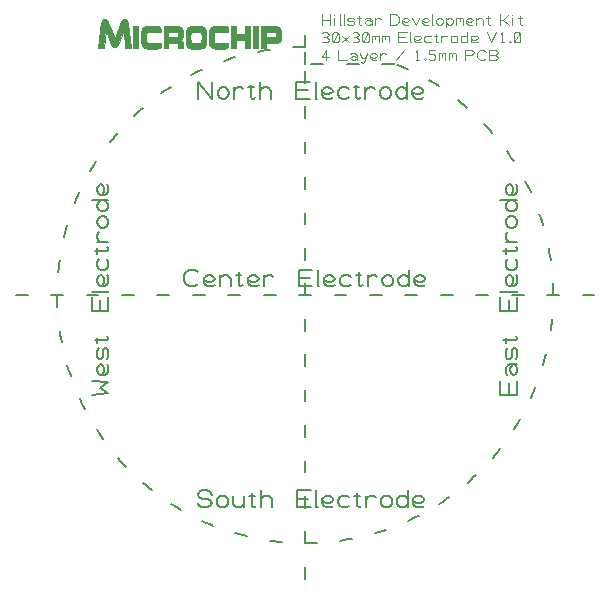
<source format=gbr>
G04 GENERATED BY PULSONIX 7.0 GERBER.DLL 4573*
%INHILLSTAR_30X30_EL_4LAYER_V1_0*%
%LNGERBER_SILKSCREEN_TOP*%
%FSLAX33Y33*%
%IPPOS*%
%LPD*%
%OFA0B0*%
%MOMM*%
%ADD20C,0.200*%
%ADD21C,0.125*%
%ADD24C,0.010*%
X0Y0D02*
D02*
D20*
X107053Y129856D02*
X108053D01*
X110053D02*
X111053D01*
X113053D02*
X114053D01*
X116053D02*
X117053D01*
X119053D02*
X120053D01*
X122053D02*
X123053D01*
X125053D02*
X126053D01*
X128053D02*
X129053D01*
X131053D02*
X132053D01*
X134053D02*
X135053D01*
X137053D02*
X138053D01*
X140053D02*
X141053D01*
X143053D02*
X144053D01*
X146053D02*
X147053D01*
X149053D02*
X150053D01*
X152053D02*
X153053D01*
X155053D02*
X156053D01*
X113488Y121446D02*
X114900Y121564D01*
X114194Y122034*
X114900Y122505*
X113488Y122623*
X114783Y124007D02*
X114900Y123890D01*
Y123654*
Y123419*
X114783Y123184*
X114547Y123066*
X114194*
X114077Y123184*
X113959Y123419*
Y123654*
X114077Y123890*
X114194Y124007*
X114312*
X114430Y123890*
X114547Y123654*
Y123419*
X114430Y123184*
X114312Y123066*
X114783Y124426D02*
X114900Y124662D01*
Y125132*
X114783Y125367*
X114547*
X114430Y125132*
Y124662*
X114312Y124426*
X114077*
X113959Y124662*
Y125132*
X114077Y125367*
X113959Y125786D02*
X113959Y126257D01*
X113724Y126022D02*
X114783Y126022D01*
X114900Y126139*
Y126257*
X114783Y126374*
X114900Y128506D02*
X113488Y128506D01*
Y129683*
X114194Y129447D02*
X114194Y128506D01*
X114900D02*
X114900Y129683D01*
Y130244D02*
X114900Y130126D01*
X113488*
X114783Y131567D02*
X114900Y131450D01*
Y131214*
Y130979*
X114783Y130744*
X114547Y130626*
X114194*
X114077Y130744*
X113959Y130979*
Y131214*
X114077Y131450*
X114194Y131567*
X114312*
X114430Y131450*
X114547Y131214*
Y130979*
X114430Y130744*
X114312Y130626*
X114077Y132927D02*
X113959Y132692D01*
Y132339*
X114077Y132104*
X114312Y131986*
X114547*
X114783Y132104*
X114900Y132339*
Y132692*
X114783Y132927*
X113959Y133346D02*
X113959Y133817D01*
X113724Y133582D02*
X114783Y133582D01*
X114900Y133699*
Y133817*
X114783Y133934*
X114900Y134346D02*
X113959Y134346D01*
X114312D02*
X114077Y134464D01*
X113959Y134699*
Y134934*
X114077Y135170*
X114547Y135586D02*
X114783Y135704D01*
X114900Y135939*
Y136174*
X114783Y136410*
X114547Y136527*
X114312*
X114077Y136410*
X113959Y136174*
Y135939*
X114077Y135704*
X114312Y135586*
X114547*
X114312Y137887D02*
X114077Y137770D01*
X113959Y137534*
Y137299*
X114077Y137064*
X114312Y136946*
X114547*
X114783Y137064*
X114900Y137299*
Y137534*
X114783Y137770*
X114547Y137887*
X114900D02*
X113488Y137887D01*
X114783Y139247D02*
X114900Y139130D01*
Y138894*
Y138659*
X114783Y138424*
X114547Y138306*
X114194*
X114077Y138424*
X113959Y138659*
Y138894*
X114077Y139130*
X114194Y139247*
X114312*
X114430Y139130*
X114547Y138894*
Y138659*
X114430Y138424*
X114312Y138306*
X131553Y105856D02*
Y106856D01*
Y108856D02*
Y109856D01*
Y111856D02*
Y112856D01*
Y114856D02*
Y115856D01*
Y117856D02*
Y118856D01*
Y120856D02*
Y121856D01*
Y123856D02*
Y124856D01*
Y126856D02*
Y127856D01*
Y129856D02*
Y130856D01*
Y132856D02*
Y133856D01*
Y135856D02*
Y136856D01*
Y138856D02*
Y139856D01*
Y141856D02*
Y142856D01*
Y144856D02*
Y145856D01*
Y147856D02*
Y148856D01*
Y150856D02*
Y151856D01*
Y150856D02*
X131220Y150854D01*
X130887Y150846*
X130554Y150832*
X128563Y150642D02*
X128234Y150592D01*
X127905Y150537*
X127577Y150476*
X125634Y150005D02*
X125315Y149908D01*
X124998Y149807*
X124682Y149700*
X122826Y148957D02*
X122524Y148816D01*
X122224Y148670*
X121927Y148520*
X120196Y147520D02*
X119917Y147337D01*
X119641Y147151*
X119368Y146959*
X117797Y145723D02*
X117546Y145503D01*
X117300Y145278*
X117057Y145050*
X115678Y143603D02*
X115461Y143349D01*
X115249Y143092*
X115041Y142832*
X113882Y141203D02*
X113704Y140921D01*
X113531Y140636*
X113362Y140349*
X112447Y138571D02*
X112311Y138267D01*
X112180Y137960*
X112054Y137652*
X111401Y135762D02*
X111310Y135442D01*
X111223Y135120*
X111142Y134796*
X110765Y132833D02*
X110721Y132503D01*
X110681Y132172*
X110647Y131840*
X110553Y129843D02*
X110556Y129510D01*
X110564Y129176*
X110578Y128843*
X110769Y126853D02*
X110819Y126524D01*
X110875Y126195*
X110935Y125867*
X111408Y123925D02*
X111505Y123606D01*
X111607Y123288*
X111713Y122973*
X112458Y121117D02*
X112599Y120815D01*
X112745Y120515*
X112896Y120218*
X113897Y118488D02*
X114079Y118209D01*
X114266Y117933*
X114458Y117660*
X115695Y116090D02*
X115916Y115840D01*
X116140Y115593*
X116368Y115350*
X117817Y113972D02*
X118070Y113756D01*
X118328Y113544*
X118588Y113336*
X120218Y112178D02*
X120500Y112001D01*
X120785Y111827*
X121072Y111659*
X122850Y110744D02*
X123155Y110609D01*
X123461Y110478*
X123770Y110352*
X125660Y109700D02*
X125981Y109609D01*
X126303Y109523*
X126626Y109442*
X128590Y109066D02*
X128920Y109022D01*
X129251Y108983*
X129583Y108949*
X131553Y108856D03*
X131886Y108859D01*
X132220Y108867*
X132553Y108880*
X134543Y109070D02*
X134872Y109120D01*
X135201Y109176*
X135529Y109236*
X137472Y109708D02*
X137791Y109804D01*
X138108Y109906*
X138424Y110012*
X140280Y110755D02*
X140582Y110896D01*
X140882Y111042*
X141179Y111193*
X142911Y112193D02*
X143190Y112375D01*
X143466Y112562*
X143739Y112753*
X145310Y113989D02*
X145560Y114210D01*
X145806Y114434*
X146049Y114662*
X147429Y116110D02*
X147645Y116363D01*
X147857Y116620*
X148065Y116881*
X149224Y118510D02*
X149402Y118792D01*
X149575Y119077*
X149744Y119364*
X150659Y121141D02*
X150795Y121446D01*
X150926Y121752*
X151053Y122061*
X151706Y123950D02*
X151797Y124271D01*
X151883Y124593*
X151964Y124916*
X152341Y126880D02*
X152386Y127210D01*
X152425Y127541*
X152459Y127872*
X152553Y129870D02*
X152550Y130203D01*
X152542Y130536*
X152529Y130869*
X152337Y132859D02*
X152287Y133189D01*
X152232Y133517*
X152171Y133845*
X151698Y135788D02*
X151601Y136107D01*
X151500Y136424*
X151393Y136740*
X150648Y138595D02*
X150507Y138897D01*
X150361Y139197*
X150211Y139494*
X149210Y141225D02*
X149027Y141504D01*
X148840Y141780*
X148648Y142053*
X147411Y143623D02*
X147191Y143873D01*
X146966Y144119*
X146738Y144362*
X145290Y145740D02*
X145036Y145956D01*
X144779Y146168*
X144518Y146376*
X142888Y147534D02*
X142606Y147712D01*
X142321Y147885*
X142034Y148054*
X140256Y148968D02*
X139952Y149104D01*
X139645Y149235*
X139336Y149361*
X139092Y149456D03*
X138092D01*
X136092D02*
X135092D01*
X133092D02*
X132092D01*
X131553D03*
Y150456D01*
Y150856D03*
X122520Y130844D02*
X122402Y130727D01*
X122167Y130609*
X121814*
X121578Y130727*
X121461Y130844*
X121343Y131080*
Y131550*
X121461Y131786*
X121578Y131903*
X121814Y132021*
X122167*
X122402Y131903*
X122520Y131786*
X123904Y130727D02*
X123787Y130609D01*
X123551*
X123316*
X123081Y130727*
X122963Y130962*
Y131315*
X123081Y131433*
X123316Y131550*
X123551*
X123787Y131433*
X123904Y131315*
Y131197*
X123787Y131080*
X123551Y130962*
X123316*
X123081Y131080*
X122963Y131197*
X124323Y130609D02*
X124323Y131550D01*
Y131197D02*
X124441Y131433D01*
X124676Y131550*
X124911*
X125147Y131433*
X125264Y131197*
Y130609*
X125683Y131550D02*
X126154Y131550D01*
X125918Y131786D02*
X125918Y130727D01*
X126036Y130609*
X126154*
X126271Y130727*
X127624D02*
X127507Y130609D01*
X127271*
X127036*
X126801Y130727*
X126683Y130962*
Y131315*
X126801Y131433*
X127036Y131550*
X127271*
X127507Y131433*
X127624Y131315*
Y131197*
X127507Y131080*
X127271Y130962*
X127036*
X126801Y131080*
X126683Y131197*
X128043Y130609D02*
X128043Y131550D01*
Y131197D02*
X128161Y131433D01*
X128396Y131550*
X128631*
X128867Y131433*
X131003Y130609D02*
X131003Y132021D01*
X132180*
X131944Y131315D02*
X131003Y131315D01*
Y130609D02*
X132180Y130609D01*
X132741D02*
X132623Y130609D01*
Y132021*
X134064Y130727D02*
X133947Y130609D01*
X133711*
X133476*
X133241Y130727*
X133123Y130962*
Y131315*
X133241Y131433*
X133476Y131550*
X133711*
X133947Y131433*
X134064Y131315*
Y131197*
X133947Y131080*
X133711Y130962*
X133476*
X133241Y131080*
X133123Y131197*
X135424Y131433D02*
X135189Y131550D01*
X134836*
X134601Y131433*
X134483Y131197*
Y130962*
X134601Y130727*
X134836Y130609*
X135189*
X135424Y130727*
X135843Y131550D02*
X136314Y131550D01*
X136078Y131786D02*
X136078Y130727D01*
X136196Y130609*
X136314*
X136431Y130727*
X136843Y130609D02*
X136843Y131550D01*
Y131197D02*
X136961Y131433D01*
X137196Y131550*
X137431*
X137667Y131433*
X138083Y130962D02*
X138201Y130727D01*
X138436Y130609*
X138671*
X138907Y130727*
X139024Y130962*
Y131197*
X138907Y131433*
X138671Y131550*
X138436*
X138201Y131433*
X138083Y131197*
Y130962*
X140384Y131197D02*
X140267Y131433D01*
X140031Y131550*
X139796*
X139561Y131433*
X139443Y131197*
Y130962*
X139561Y130727*
X139796Y130609*
X140031*
X140267Y130727*
X140384Y130962*
Y130609D02*
X140384Y132021D01*
X141744Y130727D02*
X141627Y130609D01*
X141391*
X141156*
X140921Y130727*
X140803Y130962*
Y131315*
X140921Y131433*
X141156Y131550*
X141391*
X141627Y131433*
X141744Y131315*
Y131197*
X141627Y131080*
X141391Y130962*
X141156*
X140921Y131080*
X140803Y131197*
X122463Y112262D02*
X122581Y112027D01*
X122816Y111909*
X123287*
X123522Y112027*
X123640Y112262*
X123522Y112497*
X123287Y112615*
X122816*
X122581Y112733*
X122463Y112968*
X122581Y113203*
X122816Y113321*
X123287*
X123522Y113203*
X123640Y112968*
X124083Y112262D02*
X124201Y112027D01*
X124436Y111909*
X124671*
X124907Y112027*
X125024Y112262*
Y112497*
X124907Y112733*
X124671Y112850*
X124436*
X124201Y112733*
X124083Y112497*
Y112262*
X125443Y112850D02*
X125443Y112262D01*
X125561Y112027*
X125796Y111909*
X126031*
X126267Y112027*
X126384Y112262*
Y112850D02*
X126384Y111909D01*
X126803Y112850D02*
X127274Y112850D01*
X127038Y113086D02*
X127038Y112027D01*
X127156Y111909*
X127274*
X127391Y112027*
X127803Y111909D02*
X127803Y113321D01*
Y112497D02*
X127921Y112733D01*
X128156Y112850*
X128391*
X128627Y112733*
X128744Y112497*
Y111909*
X130883D02*
X130883Y113321D01*
X132060*
X131824Y112615D02*
X130883Y112615D01*
Y111909D02*
X132060Y111909D01*
X132621D02*
X132503Y111909D01*
Y113321*
X133944Y112027D02*
X133827Y111909D01*
X133591*
X133356*
X133121Y112027*
X133003Y112262*
Y112615*
X133121Y112733*
X133356Y112850*
X133591*
X133827Y112733*
X133944Y112615*
Y112497*
X133827Y112380*
X133591Y112262*
X133356*
X133121Y112380*
X133003Y112497*
X135304Y112733D02*
X135069Y112850D01*
X134716*
X134481Y112733*
X134363Y112497*
Y112262*
X134481Y112027*
X134716Y111909*
X135069*
X135304Y112027*
X135723Y112850D02*
X136194Y112850D01*
X135958Y113086D02*
X135958Y112027D01*
X136076Y111909*
X136194*
X136311Y112027*
X136723Y111909D02*
X136723Y112850D01*
Y112497D02*
X136841Y112733D01*
X137076Y112850*
X137311*
X137547Y112733*
X137963Y112262D02*
X138081Y112027D01*
X138316Y111909*
X138551*
X138787Y112027*
X138904Y112262*
Y112497*
X138787Y112733*
X138551Y112850*
X138316*
X138081Y112733*
X137963Y112497*
Y112262*
X140264Y112497D02*
X140147Y112733D01*
X139911Y112850*
X139676*
X139441Y112733*
X139323Y112497*
Y112262*
X139441Y112027*
X139676Y111909*
X139911*
X140147Y112027*
X140264Y112262*
Y111909D02*
X140264Y113321D01*
X141624Y112027D02*
X141507Y111909D01*
X141271*
X141036*
X140801Y112027*
X140683Y112262*
Y112615*
X140801Y112733*
X141036Y112850*
X141271*
X141507Y112733*
X141624Y112615*
Y112497*
X141507Y112380*
X141271Y112262*
X141036*
X140801Y112380*
X140683Y112497*
X122523Y146509D02*
X122523Y147921D01*
X123700Y146509*
Y147921*
X124143Y146862D02*
X124261Y146627D01*
X124496Y146509*
X124731*
X124967Y146627*
X125084Y146862*
Y147097*
X124967Y147333*
X124731Y147450*
X124496*
X124261Y147333*
X124143Y147097*
Y146862*
X125503Y146509D02*
X125503Y147450D01*
Y147097D02*
X125621Y147333D01*
X125856Y147450*
X126091*
X126327Y147333*
X126743Y147450D02*
X127214Y147450D01*
X126978Y147686D02*
X126978Y146627D01*
X127096Y146509*
X127214*
X127331Y146627*
X127743Y146509D02*
X127743Y147921D01*
Y147097D02*
X127861Y147333D01*
X128096Y147450*
X128331*
X128567Y147333*
X128684Y147097*
Y146509*
X130823D02*
X130823Y147921D01*
X132000*
X131764Y147215D02*
X130823Y147215D01*
Y146509D02*
X132000Y146509D01*
X132561D02*
X132443Y146509D01*
Y147921*
X133884Y146627D02*
X133767Y146509D01*
X133531*
X133296*
X133061Y146627*
X132943Y146862*
Y147215*
X133061Y147333*
X133296Y147450*
X133531*
X133767Y147333*
X133884Y147215*
Y147097*
X133767Y146980*
X133531Y146862*
X133296*
X133061Y146980*
X132943Y147097*
X135244Y147333D02*
X135009Y147450D01*
X134656*
X134421Y147333*
X134303Y147097*
Y146862*
X134421Y146627*
X134656Y146509*
X135009*
X135244Y146627*
X135663Y147450D02*
X136134Y147450D01*
X135898Y147686D02*
X135898Y146627D01*
X136016Y146509*
X136134*
X136251Y146627*
X136663Y146509D02*
X136663Y147450D01*
Y147097D02*
X136781Y147333D01*
X137016Y147450*
X137251*
X137487Y147333*
X137903Y146862D02*
X138021Y146627D01*
X138256Y146509*
X138491*
X138727Y146627*
X138844Y146862*
Y147097*
X138727Y147333*
X138491Y147450*
X138256*
X138021Y147333*
X137903Y147097*
Y146862*
X140204Y147097D02*
X140087Y147333D01*
X139851Y147450*
X139616*
X139381Y147333*
X139263Y147097*
Y146862*
X139381Y146627*
X139616Y146509*
X139851*
X140087Y146627*
X140204Y146862*
Y146509D02*
X140204Y147921D01*
X141564Y146627D02*
X141447Y146509D01*
X141211*
X140976*
X140741Y146627*
X140623Y146862*
Y147215*
X140741Y147333*
X140976Y147450*
X141211*
X141447Y147333*
X141564Y147215*
Y147097*
X141447Y146980*
X141211Y146862*
X140976*
X140741Y146980*
X140623Y147097*
X149500Y121446D02*
X148088Y121446D01*
Y122623*
X148794Y122387D02*
X148794Y121446D01*
X149500D02*
X149500Y122623D01*
X148677Y123066D02*
X148559Y123302D01*
Y123654*
X148677Y123890*
X148912Y124007*
X149265*
X149383Y123890*
X149500Y123654*
Y123419*
X149383Y123184*
X149265Y123066*
X149147*
X149030Y123184*
X148912Y123419*
Y123654*
X149030Y123890*
X149147Y124007*
X149265D02*
X149500Y124007D01*
X149383Y124426D02*
X149500Y124662D01*
Y125132*
X149383Y125367*
X149147*
X149030Y125132*
Y124662*
X148912Y124426*
X148677*
X148559Y124662*
Y125132*
X148677Y125367*
X148559Y125786D02*
X148559Y126257D01*
X148324Y126022D02*
X149383Y126022D01*
X149500Y126139*
Y126257*
X149383Y126374*
X149500Y128506D02*
X148088Y128506D01*
Y129683*
X148794Y129447D02*
X148794Y128506D01*
X149500D02*
X149500Y129683D01*
Y130244D02*
X149500Y130126D01*
X148088*
X149383Y131567D02*
X149500Y131450D01*
Y131214*
Y130979*
X149383Y130744*
X149147Y130626*
X148794*
X148677Y130744*
X148559Y130979*
Y131214*
X148677Y131450*
X148794Y131567*
X148912*
X149030Y131450*
X149147Y131214*
Y130979*
X149030Y130744*
X148912Y130626*
X148677Y132927D02*
X148559Y132692D01*
Y132339*
X148677Y132104*
X148912Y131986*
X149147*
X149383Y132104*
X149500Y132339*
Y132692*
X149383Y132927*
X148559Y133346D02*
X148559Y133817D01*
X148324Y133582D02*
X149383Y133582D01*
X149500Y133699*
Y133817*
X149383Y133934*
X149500Y134346D02*
X148559Y134346D01*
X148912D02*
X148677Y134464D01*
X148559Y134699*
Y134934*
X148677Y135170*
X149147Y135586D02*
X149383Y135704D01*
X149500Y135939*
Y136174*
X149383Y136410*
X149147Y136527*
X148912*
X148677Y136410*
X148559Y136174*
Y135939*
X148677Y135704*
X148912Y135586*
X149147*
X148912Y137887D02*
X148677Y137770D01*
X148559Y137534*
Y137299*
X148677Y137064*
X148912Y136946*
X149147*
X149383Y137064*
X149500Y137299*
Y137534*
X149383Y137770*
X149147Y137887*
X149500D02*
X148088Y137887D01*
X149383Y139247D02*
X149500Y139130D01*
Y138894*
Y138659*
X149383Y138424*
X149147Y138306*
X148794*
X148677Y138424*
X148559Y138659*
Y138894*
X148677Y139130*
X148794Y139247*
X148912*
X149030Y139130*
X149147Y138894*
Y138659*
X149030Y138424*
X148912Y138306*
D02*
D21*
X132953Y152752D02*
X132953Y153634D01*
Y153193D02*
X133688Y153193D01*
Y152752D02*
X133688Y153634D01*
X133966Y152752D02*
X133966Y153340D01*
Y153561D02*
X133967Y153562D01*
X134577Y152752D02*
X134503Y152752D01*
Y153634*
X134889Y152752D02*
X134816Y152752D01*
Y153634*
X135128Y152825D02*
X135275Y152752D01*
X135569*
X135716Y152825*
Y152972*
X135569Y153046*
X135275*
X135128Y153119*
Y153267*
X135275Y153340*
X135569*
X135716Y153267*
X135978Y153340D02*
X136272Y153340D01*
X136125Y153487D02*
X136125Y152825D01*
X136199Y152752*
X136272*
X136346Y152825*
X136603Y153267D02*
X136750Y153340D01*
X136971*
X137118Y153267*
X137191Y153119*
Y152899*
X137118Y152825*
X136971Y152752*
X136824*
X136677Y152825*
X136603Y152899*
Y152972*
X136677Y153046*
X136824Y153119*
X136971*
X137118Y153046*
X137191Y152972*
Y152899D02*
X137191Y152752D01*
X137453D02*
X137453Y153340D01*
Y153119D02*
X137527Y153267D01*
X137674Y153340*
X137821*
X137968Y153267*
X138766Y152752D02*
X138766Y153634D01*
X139207*
X139354Y153561*
X139427Y153487*
X139501Y153340*
Y153046*
X139427Y152899*
X139354Y152825*
X139207Y152752*
X138766*
X140366Y152825D02*
X140293Y152752D01*
X140146*
X139999*
X139852Y152825*
X139778Y152972*
Y153193*
X139852Y153267*
X139999Y153340*
X140146*
X140293Y153267*
X140366Y153193*
Y153119*
X140293Y153046*
X140146Y152972*
X139999*
X139852Y153046*
X139778Y153119*
X140628Y153340D02*
X140922Y152752D01*
X141216Y153340*
X142066Y152825D02*
X141993Y152752D01*
X141846*
X141699*
X141552Y152825*
X141478Y152972*
Y153193*
X141552Y153267*
X141699Y153340*
X141846*
X141993Y153267*
X142066Y153193*
Y153119*
X141993Y153046*
X141846Y152972*
X141699*
X141552Y153046*
X141478Y153119*
X142402Y152752D02*
X142328Y152752D01*
Y153634*
X142641Y152972D02*
X142714Y152825D01*
X142861Y152752*
X143008*
X143155Y152825*
X143229Y152972*
Y153119*
X143155Y153267*
X143008Y153340*
X142861*
X142714Y153267*
X142641Y153119*
Y152972*
X143491Y153340D02*
X143491Y152531D01*
Y152972D02*
X143564Y152825D01*
X143711Y152752*
X143858*
X144005Y152825*
X144079Y152972*
Y153119*
X144005Y153267*
X143858Y153340*
X143711*
X143564Y153267*
X143491Y153119*
Y152972*
X144341Y152752D02*
X144341Y153340D01*
Y153267D02*
X144414Y153340D01*
X144561*
X144635Y153267*
Y153046*
Y153267D02*
X144708Y153340D01*
X144855*
X144929Y153267*
Y152752*
X145779Y152825D02*
X145705Y152752D01*
X145558*
X145411*
X145264Y152825*
X145191Y152972*
Y153193*
X145264Y153267*
X145411Y153340*
X145558*
X145705Y153267*
X145779Y153193*
Y153119*
X145705Y153046*
X145558Y152972*
X145411*
X145264Y153046*
X145191Y153119*
X146041Y152752D02*
X146041Y153340D01*
Y153119D02*
X146114Y153267D01*
X146261Y153340*
X146408*
X146555Y153267*
X146629Y153119*
Y152752*
X146891Y153340D02*
X147185Y153340D01*
X147038Y153487D02*
X147038Y152825D01*
X147111Y152752*
X147185*
X147258Y152825*
X148053Y152752D02*
X148053Y153634D01*
Y153193D02*
X148274Y153193D01*
X148788Y153634*
X148274Y153193D02*
X148788Y152752D01*
X149066D02*
X149066Y153340D01*
Y153561D02*
X149067Y153562D01*
X149603Y153340D02*
X149897Y153340D01*
X149750Y153487D02*
X149750Y152825D01*
X149824Y152752*
X149897*
X149971Y152825*
X133027Y151325D02*
X133174Y151252D01*
X133321*
X133468Y151325*
X133541Y151472*
X133468Y151619*
X133321Y151693*
X133174*
X133321D02*
X133468Y151767D01*
X133541Y151914*
X133468Y152061*
X133321Y152134*
X133174*
X133027Y152061*
X133877Y151325D02*
X134024Y151252D01*
X134171*
X134318Y151325*
X134391Y151472*
Y151914*
X134318Y152061*
X134171Y152134*
X134024*
X133877Y152061*
X133803Y151914*
Y151472*
X133877Y151325*
X134318Y152061*
X134653Y151252D02*
X135241Y151840D01*
Y151252D02*
X134653Y151840D01*
X135577Y151325D02*
X135724Y151252D01*
X135871*
X136018Y151325*
X136091Y151472*
X136018Y151619*
X135871Y151693*
X135724*
X135871D02*
X136018Y151767D01*
X136091Y151914*
X136018Y152061*
X135871Y152134*
X135724*
X135577Y152061*
X136427Y151325D02*
X136574Y151252D01*
X136721*
X136868Y151325*
X136941Y151472*
Y151914*
X136868Y152061*
X136721Y152134*
X136574*
X136427Y152061*
X136353Y151914*
Y151472*
X136427Y151325*
X136868Y152061*
X137203Y151252D02*
X137203Y151840D01*
Y151767D02*
X137277Y151840D01*
X137424*
X137497Y151767*
Y151546*
Y151767D02*
X137571Y151840D01*
X137718*
X137791Y151767*
Y151252*
X138053D02*
X138053Y151840D01*
Y151767D02*
X138127Y151840D01*
X138274*
X138347Y151767*
Y151546*
Y151767D02*
X138421Y151840D01*
X138568*
X138641Y151767*
Y151252*
X139441D02*
X139441Y152134D01*
X140176*
X140029Y151693D02*
X139441Y151693D01*
Y151252D02*
X140176Y151252D01*
X140527D02*
X140453Y151252D01*
Y152134*
X141354Y151325D02*
X141280Y151252D01*
X141133*
X140986*
X140839Y151325*
X140766Y151472*
Y151693*
X140839Y151767*
X140986Y151840*
X141133*
X141280Y151767*
X141354Y151693*
Y151619*
X141280Y151546*
X141133Y151472*
X140986*
X140839Y151546*
X140766Y151619*
X142204Y151767D02*
X142057Y151840D01*
X141836*
X141689Y151767*
X141616Y151619*
Y151472*
X141689Y151325*
X141836Y151252*
X142057*
X142204Y151325*
X142466Y151840D02*
X142760Y151840D01*
X142613Y151987D02*
X142613Y151325D01*
X142686Y151252*
X142760*
X142833Y151325*
X143091Y151252D02*
X143091Y151840D01*
Y151619D02*
X143164Y151767D01*
X143311Y151840*
X143458*
X143605Y151767*
X143866Y151472D02*
X143939Y151325D01*
X144086Y151252*
X144233*
X144380Y151325*
X144454Y151472*
Y151619*
X144380Y151767*
X144233Y151840*
X144086*
X143939Y151767*
X143866Y151619*
Y151472*
X145304Y151619D02*
X145230Y151767D01*
X145083Y151840*
X144936*
X144789Y151767*
X144716Y151619*
Y151472*
X144789Y151325*
X144936Y151252*
X145083*
X145230Y151325*
X145304Y151472*
Y151252D02*
X145304Y152134D01*
X146154Y151325D02*
X146080Y151252D01*
X145933*
X145786*
X145639Y151325*
X145566Y151472*
Y151693*
X145639Y151767*
X145786Y151840*
X145933*
X146080Y151767*
X146154Y151693*
Y151619*
X146080Y151546*
X145933Y151472*
X145786*
X145639Y151546*
X145566Y151619*
X146953Y152134D02*
X147321Y151252D01*
X147688Y152134*
X148113Y151252D02*
X148407Y151252D01*
X148260D02*
X148260Y152134D01*
X148113Y151987*
X148889Y151252D02*
X148963Y151325D01*
X148889Y151399*
X148816Y151325*
X148889Y151252*
X149277Y151325D02*
X149424Y151252D01*
X149571*
X149718Y151325*
X149791Y151472*
Y151914*
X149718Y152061*
X149571Y152134*
X149424*
X149277Y152061*
X149203Y151914*
Y151472*
X149277Y151325*
X149718Y152061*
X133321Y149752D02*
X133321Y150634D01*
X132953Y150046*
X133541*
X134341Y150634D02*
X134341Y149752D01*
X135076*
X135353Y150267D02*
X135500Y150340D01*
X135721*
X135868Y150267*
X135941Y150119*
Y149899*
X135868Y149825*
X135721Y149752*
X135574*
X135427Y149825*
X135353Y149899*
Y149972*
X135427Y150046*
X135574Y150119*
X135721*
X135868Y150046*
X135941Y149972*
Y149899D02*
X135941Y149752D01*
X136203Y150340D02*
X136277Y150046D01*
X136424Y149899*
X136571*
X136718Y150046*
X136791Y150340*
X136718Y150046D02*
X136644Y149752D01*
X136571Y149605*
X136424Y149531*
X136277Y149605*
X137641Y149825D02*
X137568Y149752D01*
X137421*
X137274*
X137127Y149825*
X137053Y149972*
Y150193*
X137127Y150267*
X137274Y150340*
X137421*
X137568Y150267*
X137641Y150193*
Y150119*
X137568Y150046*
X137421Y149972*
X137274*
X137127Y150046*
X137053Y150119*
X137903Y149752D02*
X137903Y150340D01*
Y150119D02*
X137977Y150267D01*
X138124Y150340*
X138271*
X138418Y150267*
X139216Y149752D02*
X139951Y150634D01*
X140913Y149752D02*
X141207Y149752D01*
X141060D02*
X141060Y150634D01*
X140913Y150487*
X141689Y149752D02*
X141763Y149825D01*
X141689Y149899*
X141616Y149825*
X141689Y149752*
X142003Y149825D02*
X142150Y149752D01*
X142371*
X142518Y149825*
X142591Y149972*
Y150046*
X142518Y150193*
X142371Y150267*
X142003*
Y150634*
X142591*
X142853Y149752D02*
X142853Y150340D01*
Y150267D02*
X142927Y150340D01*
X143074*
X143147Y150267*
Y150046*
Y150267D02*
X143221Y150340D01*
X143368*
X143441Y150267*
Y149752*
X143703D02*
X143703Y150340D01*
Y150267D02*
X143777Y150340D01*
X143924*
X143997Y150267*
Y150046*
Y150267D02*
X144071Y150340D01*
X144218*
X144291Y150267*
Y149752*
X145091D02*
X145091Y150634D01*
X145605*
X145752Y150561*
X145826Y150414*
X145752Y150267*
X145605Y150193*
X145091*
X146838Y149899D02*
X146765Y149825D01*
X146618Y149752*
X146397*
X146250Y149825*
X146177Y149899*
X146103Y150046*
Y150340*
X146177Y150487*
X146250Y150561*
X146397Y150634*
X146618*
X146765Y150561*
X146838Y150487*
X147630Y150193D02*
X147777Y150119D01*
X147851Y149972*
X147777Y149825*
X147630Y149752*
X147116*
Y150634*
X147630*
X147777Y150561*
X147851Y150414*
X147777Y150267*
X147630Y150193*
X147116*
D02*
D24*
X116772Y150761D02*
X116317D01*
X116187Y152331*
X116182*
X115702Y151076*
X115677Y151026*
X115652Y150986*
X115622Y150946*
X115587Y150916*
X115552Y150891*
X115512Y150876*
X115467Y150866*
X115417Y150861*
X115367Y150866*
X115322Y150876*
X115282Y150891*
X115247Y150916*
X115212Y150946*
X115182Y150986*
X115157Y151026*
X115132Y151076*
X114662Y152311*
X114657*
X114522Y150761*
X114057*
X114292Y152966*
X114302Y153016*
X114322Y153061*
X114347Y153106*
X114377Y153146*
X114417Y153186*
X114457Y153211*
X114502Y153226*
X114547Y153231*
X114607Y153226*
X114657Y153216*
X114707Y153196*
X114752Y153171*
X114792Y153136*
X114827Y153091*
X114857Y153046*
X114882Y152986*
X115417Y151646*
X115422*
X115952Y152986*
X115977Y153046*
X116047Y153136*
X116087Y153171*
X116127Y153196*
X116177Y153216*
X116227Y153226*
X116287Y153231*
X116332Y153226*
X116377Y153211*
X116417Y153181*
X116457Y153146*
X116487Y153101*
X116512Y153051*
X116532Y153001*
X116542Y152941*
X116772Y150761*
G36*
X116317*
X116187Y152331*
X116182*
X115702Y151076*
X115677Y151026*
X115652Y150986*
X115622Y150946*
X115587Y150916*
X115552Y150891*
X115512Y150876*
X115467Y150866*
X115417Y150861*
X115367Y150866*
X115322Y150876*
X115282Y150891*
X115247Y150916*
X115212Y150946*
X115182Y150986*
X115157Y151026*
X115132Y151076*
X114662Y152311*
X114657*
X114522Y150761*
X114057*
X114292Y152966*
X114302Y153016*
X114322Y153061*
X114347Y153106*
X114377Y153146*
X114417Y153186*
X114457Y153211*
X114502Y153226*
X114547Y153231*
X114607Y153226*
X114657Y153216*
X114707Y153196*
X114752Y153171*
X114792Y153136*
X114827Y153091*
X114857Y153046*
X114882Y152986*
X115417Y151646*
X115422*
X115952Y152986*
X115977Y153046*
X116047Y153136*
X116087Y153171*
X116127Y153196*
X116177Y153216*
X116227Y153226*
X116287Y153231*
X116332Y153226*
X116377Y153211*
X116417Y153181*
X116457Y153146*
X116487Y153101*
X116512Y153051*
X116532Y153001*
X116542Y152941*
X116772Y150761*
G37*
X117442D02*
X117017D01*
Y152626*
X117442*
Y150761*
G36*
X117017*
Y152626*
X117442*
Y150761*
G37*
X119342Y151221D02*
Y151151D01*
X119337Y151091*
X119332Y151036*
X119327Y150986*
X119322Y150946*
X119312Y150911*
X119302Y150881*
X119287Y150856*
X119267Y150831*
X119237Y150806*
X119207Y150786*
X119167Y150771*
X119122Y150756*
X119072Y150746*
X119012Y150741*
X118242*
X118117Y150746*
X118012Y150766*
X117927Y150801*
X117857Y150846*
X117817Y150891*
X117782Y150941*
X117752Y151001*
X117727Y151066*
X117707Y151141*
X117692Y151226*
X117687Y151316*
X117682Y151416*
Y151971*
X117687Y152061*
X117692Y152146*
X117702Y152226*
X117717Y152296*
X117737Y152356*
X117757Y152411*
X117787Y152461*
X117817Y152501*
X117852Y152536*
X117892Y152566*
X117937Y152591*
X117987Y152611*
X118047Y152626*
X118107Y152636*
X118172Y152646*
X119057*
X119107Y152641*
X119152Y152631*
X119192Y152611*
X119227Y152591*
X119257Y152566*
X119277Y152536*
X119297Y152501*
X119307Y152461*
X119317Y152406*
X119322Y152336*
X119327Y152256*
Y152156*
X118322*
X118247Y152151*
X118192Y152131*
X118147Y152096*
X118117Y152046*
X118102Y152001*
X118092Y151946*
X118087Y151876*
Y151531*
X118092Y151471*
X118097Y151421*
X118102Y151376*
X118112Y151341*
X118127Y151311*
X118142Y151286*
X118157Y151266*
X118187Y151246*
X118222Y151231*
X118262Y151221*
X119342*
G36*
Y151151*
X119337Y151091*
X119332Y151036*
X119327Y150986*
X119322Y150946*
X119312Y150911*
X119302Y150881*
X119287Y150856*
X119267Y150831*
X119237Y150806*
X119207Y150786*
X119167Y150771*
X119122Y150756*
X119072Y150746*
X119012Y150741*
X118242*
X118117Y150746*
X118012Y150766*
X117927Y150801*
X117857Y150846*
X117817Y150891*
X117782Y150941*
X117752Y151001*
X117727Y151066*
X117707Y151141*
X117692Y151226*
X117687Y151316*
X117682Y151416*
Y151971*
X117687Y152061*
X117692Y152146*
X117702Y152226*
X117717Y152296*
X117737Y152356*
X117757Y152411*
X117787Y152461*
X117817Y152501*
X117852Y152536*
X117892Y152566*
X117937Y152591*
X117987Y152611*
X118047Y152626*
X118107Y152636*
X118172Y152646*
X119057*
X119107Y152641*
X119152Y152631*
X119192Y152611*
X119227Y152591*
X119257Y152566*
X119277Y152536*
X119297Y152501*
X119307Y152461*
X119317Y152406*
X119322Y152336*
X119327Y152256*
Y152156*
X118322*
X118247Y152151*
X118192Y152131*
X118147Y152096*
X118117Y152046*
X118102Y152001*
X118092Y151946*
X118087Y151876*
Y151531*
X118092Y151471*
X118097Y151421*
X118102Y151376*
X118112Y151341*
X118127Y151311*
X118142Y151286*
X118157Y151266*
X118187Y151246*
X118222Y151231*
X118262Y151221*
X119342*
G37*
X120827Y151856D02*
Y151966D01*
X120822Y152026*
X120812Y152076*
X120797Y152111*
X120772Y152136*
X120752Y152146*
X120727Y152156*
X120692Y152161*
X119967*
Y151711*
X120717*
X120747Y151721*
X120772Y151736*
X120792Y151751*
X120807Y151776*
X120817Y151811*
X120827Y151856*
X121212Y151956D02*
X121207Y151866D01*
X121202Y151786*
X121187Y151716*
X121172Y151661*
X121142Y151606*
X121102Y151561*
X121052Y151521*
X120987Y151496*
Y151491*
X121042Y151471*
X121082Y151441*
X121122Y151406*
X121152Y151356*
X121177Y151301*
X121192Y151236*
X121202Y151161*
X121207Y151076*
Y150761*
X120812*
Y151046*
X120807Y151091*
X120802Y151131*
X120792Y151161*
X120772Y151196*
X120742Y151226*
X120702Y151241*
X120652Y151246*
X119967*
Y150761*
X119577*
Y152626*
X120827*
X120917Y152621*
X120997Y152596*
X121062Y152556*
X121117Y152501*
X121137Y152466*
X121157Y152426*
X121172Y152381*
X121187Y152331*
X121197Y152276*
X121207Y152146*
X121212Y152076*
Y151956*
X120827Y151856D02*
Y151966D01*
X120822Y152026*
X120812Y152076*
X120797Y152111*
X120772Y152136*
X120752Y152146*
X120727Y152156*
X120692Y152161*
X119967*
Y151711*
X120717*
X120747Y151721*
X120772Y151736*
X120792Y151751*
X120807Y151776*
X120817Y151811*
X120827Y151856*
X119577Y151936D02*
G36*
Y150761D01*
X119967*
Y151246*
X120652*
X120702Y151241*
X120742Y151226*
X120772Y151196*
X120792Y151161*
X120802Y151131*
X120807Y151091*
X120812Y151046*
Y150761*
X121207*
Y151076*
X121202Y151161*
X121192Y151236*
X121177Y151301*
X121152Y151356*
X121122Y151406*
X121082Y151441*
X121042Y151471*
X120987Y151491*
Y151496*
X121052Y151521*
X121102Y151561*
X121142Y151606*
X121172Y151661*
X121187Y151716*
X121202Y151786*
X121207Y151866*
X121211Y151936*
X120827*
Y151856*
X120817Y151811*
X120807Y151776*
X120792Y151751*
X120772Y151736*
X120747Y151721*
X120717Y151711*
X119967*
Y151936*
X119577*
G37*
X119967D02*
G36*
Y152161D01*
X120692*
X120727Y152156*
X120752Y152146*
X120772Y152136*
X120797Y152111*
X120812Y152076*
X120822Y152026*
X120827Y151966*
Y151936*
X121211*
X121212Y151956*
Y152076*
X121207Y152146*
X121197Y152276*
X121187Y152331*
X121172Y152381*
X121157Y152426*
X121137Y152466*
X121117Y152501*
X121062Y152556*
X120997Y152596*
X120917Y152621*
X120827Y152626*
X119577*
Y151936*
X119967*
G37*
X123192Y152056D02*
Y151326D01*
X123182Y151241*
X123172Y151161*
X123157Y151091*
X123132Y151026*
X123107Y150966*
X123077Y150916*
X123047Y150871*
X122972Y150816*
X122877Y150771*
X122767Y150746*
X122632Y150741*
X121927*
X121857Y150751*
X121792Y150766*
X121732Y150786*
X121677Y150811*
X121627Y150841*
X121587Y150881*
X121552Y150921*
X121527Y150961*
X121487Y151061*
X121472Y151121*
X121462Y151186*
X121452Y151256*
X121447Y151336*
Y152081*
X121457Y152181*
X121477Y152271*
X121497Y152351*
X121527Y152421*
X121562Y152481*
X121607Y152531*
X121657Y152571*
X121722Y152601*
X121802Y152626*
X121897Y152641*
X122007Y152646*
X122707*
X122782Y152636*
X122847Y152621*
X122902Y152601*
X122957Y152576*
X123002Y152546*
X123042Y152511*
X123077Y152466*
X123107Y152426*
X123147Y152326*
X123162Y152266*
X123177Y152201*
X123187Y152131*
X123192Y152056*
X122792Y151590D02*
Y151795D01*
X122787Y151890*
X122777Y151970*
X122757Y152035*
X122732Y152085*
X122697Y152120*
X122657Y152145*
X122602Y152160*
X122542Y152165*
X122087*
X122017Y152160*
X121957Y152135*
X121912Y152100*
X121877Y152050*
X121862Y152005*
X121852Y151945*
X121847Y151875*
X121842Y151795*
Y151535*
X121847Y151480*
X121852Y151430*
X121857Y151390*
X121867Y151350*
X121877Y151320*
X121892Y151295*
X121907Y151275*
X121937Y151250*
X121972Y151235*
X122017Y151225*
X122067Y151220*
X122567*
X122637Y151225*
X122692Y151250*
X122737Y151290*
X122767Y151340*
X122777Y151380*
X122782Y151435*
X122787Y151505*
X122792Y151590*
X121447Y151693D02*
G36*
Y151336D01*
X121452Y151256*
X121462Y151186*
X121472Y151121*
X121487Y151061*
X121527Y150961*
X121552Y150921*
X121587Y150881*
X121627Y150841*
X121677Y150811*
X121732Y150786*
X121792Y150766*
X121857Y150751*
X121927Y150741*
X122632*
X122767Y150746*
X122877Y150771*
X122972Y150816*
X123047Y150871*
X123077Y150916*
X123107Y150966*
X123132Y151026*
X123157Y151091*
X123172Y151161*
X123182Y151241*
X123192Y151326*
Y151693*
X122792*
Y151590*
X122787Y151505*
X122782Y151435*
X122777Y151380*
X122767Y151340*
X122737Y151290*
X122692Y151250*
X122637Y151225*
X122567Y151220*
X122067*
X122017Y151225*
X121972Y151235*
X121937Y151250*
X121907Y151275*
X121892Y151295*
X121877Y151320*
X121867Y151350*
X121857Y151390*
X121852Y151430*
X121847Y151480*
X121842Y151535*
Y151693*
X121447*
G37*
X121842D02*
G36*
Y151795D01*
X121847Y151875*
X121852Y151945*
X121862Y152005*
X121877Y152050*
X121912Y152100*
X121957Y152135*
X122017Y152160*
X122087Y152165*
X122542*
X122602Y152160*
X122657Y152145*
X122697Y152120*
X122732Y152085*
X122757Y152035*
X122777Y151970*
X122787Y151890*
X122792Y151795*
Y151693*
X123192*
Y152056*
X123187Y152131*
X123177Y152201*
X123162Y152266*
X123147Y152326*
X123107Y152426*
X123077Y152466*
X123042Y152511*
X123002Y152546*
X122957Y152576*
X122902Y152601*
X122847Y152621*
X122782Y152636*
X122707Y152646*
X122007*
X121897Y152641*
X121802Y152626*
X121722Y152601*
X121657Y152571*
X121607Y152531*
X121562Y152481*
X121527Y152421*
X121497Y152351*
X121477Y152271*
X121457Y152181*
X121447Y152081*
Y151693*
X121842*
G37*
X125067Y151216D02*
Y151151D01*
X125062Y151091*
X125057Y151036*
X125052Y150986*
X125047Y150946*
X125037Y150911*
X125022Y150881*
X125012Y150856*
X124992Y150831*
X124962Y150806*
X124927Y150781*
X124887Y150766*
X124842Y150751*
X124792Y150741*
X124732Y150736*
X123887*
X123817Y150746*
X123752Y150761*
X123692Y150781*
X123637Y150806*
X123592Y150836*
X123552Y150876*
X123517Y150916*
X123487Y150956*
X123447Y151056*
X123432Y151116*
X123417Y151181*
X123412Y151251*
X123402Y151411*
Y151971*
X123407Y152056*
X123412Y152131*
X123417Y152201*
X123432Y152266*
X123447Y152326*
X123487Y152426*
X123517Y152466*
X123552Y152511*
X123592Y152546*
X123637Y152576*
X123692Y152601*
X123752Y152621*
X123817Y152636*
X123887Y152646*
X124622*
X124707Y152641*
X124777Y152636*
X124837Y152626*
X124882Y152621*
X124917Y152611*
X124942Y152601*
X124967Y152576*
X124992Y152546*
X125007Y152501*
X125022Y152451*
X125032Y152391*
X125042Y152321*
X125047Y152241*
Y152151*
X124042Y152156*
X123972Y152151*
X123912Y152126*
X123872Y152091*
X123837Y152041*
X123822Y151996*
X123812Y151946*
X123807Y151876*
Y151491*
X123817Y151406*
X123832Y151341*
X123852Y151296*
X123882Y151261*
X123922Y151236*
X123972Y151221*
X124032Y151216*
X125067*
G36*
Y151151*
X125062Y151091*
X125057Y151036*
X125052Y150986*
X125047Y150946*
X125037Y150911*
X125022Y150881*
X125012Y150856*
X124992Y150831*
X124962Y150806*
X124927Y150781*
X124887Y150766*
X124842Y150751*
X124792Y150741*
X124732Y150736*
X123887*
X123817Y150746*
X123752Y150761*
X123692Y150781*
X123637Y150806*
X123592Y150836*
X123552Y150876*
X123517Y150916*
X123487Y150956*
X123447Y151056*
X123432Y151116*
X123417Y151181*
X123412Y151251*
X123402Y151411*
Y151971*
X123407Y152056*
X123412Y152131*
X123417Y152201*
X123432Y152266*
X123447Y152326*
X123487Y152426*
X123517Y152466*
X123552Y152511*
X123592Y152546*
X123637Y152576*
X123692Y152601*
X123752Y152621*
X123817Y152636*
X123887Y152646*
X124622*
X124707Y152641*
X124777Y152636*
X124837Y152626*
X124882Y152621*
X124917Y152611*
X124942Y152601*
X124967Y152576*
X124992Y152546*
X125007Y152501*
X125022Y152451*
X125032Y152391*
X125042Y152321*
X125047Y152241*
Y152151*
X124042Y152156*
X123972Y152151*
X123912Y152126*
X123872Y152091*
X123837Y152041*
X123822Y151996*
X123812Y151946*
X123807Y151876*
Y151491*
X123817Y151406*
X123832Y151341*
X123852Y151296*
X123882Y151261*
X123922Y151236*
X123972Y151221*
X124032Y151216*
X125067*
G37*
X126902Y150761D02*
X126507D01*
Y151466*
X125682*
Y150761*
X125297*
Y152626*
X125682*
Y151961*
X126507*
Y152626*
X126902*
Y150761*
G36*
X126507*
Y151466*
X125682*
Y150761*
X125297*
Y152626*
X125682*
Y151961*
X126507*
Y152626*
X126902*
Y150761*
G37*
X127607D02*
X127177D01*
Y152626*
X127607*
Y150761*
G36*
X127177*
Y152626*
X127607*
Y150761*
G37*
X129527Y151831D02*
X129522Y151686D01*
X129507Y151566*
X129477Y151466*
X129437Y151381*
X129387Y151316*
X129327Y151266*
X129252Y151241*
X129167Y151231*
X128247*
Y150761*
X127862*
Y152626*
X129067*
X129182Y152616*
X129277Y152591*
X129357Y152541*
X129422Y152471*
X129447Y152431*
X129467Y152386*
X129487Y152331*
X129502Y152276*
X129522Y152146*
X129527Y152071*
Y151831*
X129127Y151846D02*
Y151966D01*
X129122Y152011*
X129117Y152051*
X129102Y152086*
X129087Y152111*
X129062Y152136*
X129037Y152151*
X129002Y152161*
X128247*
Y151696*
X128997*
X129057Y151706*
X129097Y151746*
X129107Y151771*
X129117Y151806*
X129127Y151846*
X127862Y151929D02*
G36*
Y150761D01*
X128247*
Y151231*
X129167*
X129252Y151241*
X129327Y151266*
X129387Y151316*
X129437Y151381*
X129477Y151466*
X129507Y151566*
X129522Y151686*
X129527Y151831*
Y151929*
X129127*
Y151846*
X129117Y151806*
X129107Y151771*
X129097Y151746*
X129057Y151706*
X128997Y151696*
X128247*
Y151929*
X127862*
G37*
X128247D02*
G36*
Y152161D01*
X129002*
X129037Y152151*
X129062Y152136*
X129087Y152111*
X129102Y152086*
X129117Y152051*
X129122Y152011*
X129127Y151966*
Y151929*
X129527*
Y152071*
X129522Y152146*
X129502Y152276*
X129487Y152331*
X129467Y152386*
X129447Y152431*
X129422Y152471*
X129357Y152541*
X129277Y152591*
X129182Y152616*
X129067Y152626*
X127862*
Y151929*
X128247*
G37*
X0Y0D02*
M02*

</source>
